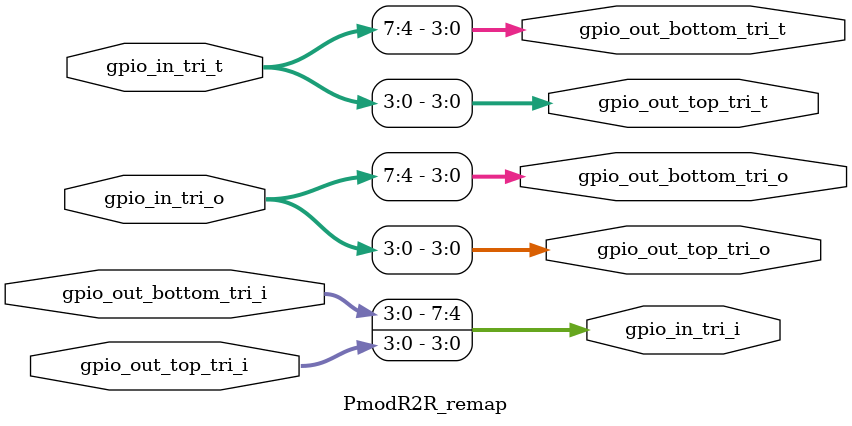
<source format=v>
`timescale 1ns / 1ps


module PmodR2R_remap (
    // GPIO Slave interface, to be connected to AXI GPIO
    (* X_INTERFACE_INFO = "xilinx.com:interface:gpio:1.0 GPIO_IN TRI_T" *)
    (* X_INTERFACE_PARAMETER = "MODE Slave" *) 
    input [7:0] gpio_in_tri_t, // Tristate output signal (optional)
    (* X_INTERFACE_INFO = "xilinx.com:interface:gpio:1.0 GPIO_IN TRI_O" *)
    input [7:0] gpio_in_tri_o, // Tristate output signal (optional)
    (* X_INTERFACE_INFO = "xilinx.com:interface:gpio:1.0 GPIO_IN TRI_I" *)
    output [7:0] gpio_in_tri_i, // Tristate output signal (optional)
    
    // GPIO Master interface, to be connected to Pmod Bridge Top Row
    (* X_INTERFACE_INFO = "xilinx.com:interface:gpio:1.0 GPIO_OUT_TOP TRI_T" *)
    output [3:0] gpio_out_top_tri_t, // Tristate output enable signal (optional)
    (* X_INTERFACE_INFO = "xilinx.com:interface:gpio:1.0 GPIO_OUT_TOP TRI_O" *)
    output [3:0] gpio_out_top_tri_o, // Tristate output signal (optional)
    (* X_INTERFACE_INFO = "xilinx.com:interface:gpio:1.0 GPIO_OUT_TOP TRI_I" *)
    input [3:0] gpio_out_top_tri_i, // Tristate input signal (optional)
    
    // GPIO Master interface, to be connected to Pmod Bridge Bottom Row
    (* X_INTERFACE_INFO = "xilinx.com:interface:gpio:1.0 GPIO_OUT_BOTTOM TRI_T" *)
    output [3:0] gpio_out_bottom_tri_t, // Tristate output enable signal (optional)
    (* X_INTERFACE_INFO = "xilinx.com:interface:gpio:1.0 GPIO_OUT_BOTTOM TRI_O" *)
    output [3:0] gpio_out_bottom_tri_o, // Tristate output signal (optional)
    (* X_INTERFACE_INFO = "xilinx.com:interface:gpio:1.0 GPIO_OUT_BOTTOM TRI_I" *)
    input [3:0] gpio_out_bottom_tri_i // Tristate input signal (optional)
);
    assign {gpio_out_bottom_tri_t, gpio_out_top_tri_t} = gpio_in_tri_t;
    assign {gpio_out_bottom_tri_o, gpio_out_top_tri_o} = gpio_in_tri_o;
    assign gpio_in_tri_i = {gpio_out_bottom_tri_i, gpio_out_top_tri_i};
endmodule
</source>
